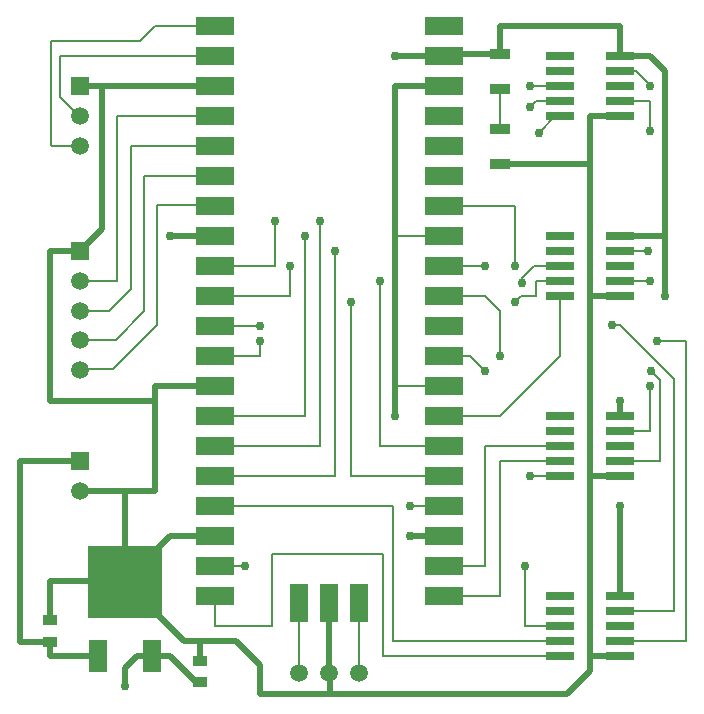
<source format=gbr>
G04 EAGLE Gerber RS-274X export*
G75*
%MOMM*%
%FSLAX34Y34*%
%LPD*%
%INTop Copper*%
%IPPOS*%
%AMOC8*
5,1,8,0,0,1.08239X$1,22.5*%
G01*
%ADD10R,1.200000X0.900000*%
%ADD11R,1.508000X1.508000*%
%ADD12C,1.508000*%
%ADD13R,2.400000X0.760000*%
%ADD14R,1.700000X0.900000*%
%ADD15R,3.200000X1.600000*%
%ADD16R,1.600000X3.200000*%
%ADD17R,6.300000X6.100000*%
%ADD18R,1.500000X2.800000*%
%ADD19C,0.508000*%
%ADD20C,0.756400*%
%ADD21C,0.203200*%


D10*
X50800Y81390D03*
X50800Y63390D03*
X177800Y47100D03*
X177800Y29100D03*
D11*
X76200Y215900D03*
D12*
X76200Y190900D03*
X76200Y483400D03*
X76200Y508400D03*
D11*
X76200Y533400D03*
D12*
X76200Y293700D03*
X76200Y318700D03*
X76200Y343700D03*
X76200Y368700D03*
D11*
X76200Y393700D03*
D13*
X482600Y558800D03*
X533400Y558800D03*
X482600Y546100D03*
X533400Y546100D03*
X482600Y533400D03*
X533400Y533400D03*
X482600Y520700D03*
X533400Y520700D03*
X482600Y508000D03*
X533400Y508000D03*
X482600Y101600D03*
X533400Y101600D03*
X482600Y88900D03*
X533400Y88900D03*
X482600Y76200D03*
X533400Y76200D03*
X482600Y63500D03*
X533400Y63500D03*
X482600Y50800D03*
X533400Y50800D03*
X482600Y254000D03*
X533400Y254000D03*
X482600Y241300D03*
X533400Y241300D03*
X482600Y228600D03*
X533400Y228600D03*
X482600Y215900D03*
X533400Y215900D03*
X482600Y203200D03*
X533400Y203200D03*
X482600Y406400D03*
X533400Y406400D03*
X482600Y393700D03*
X533400Y393700D03*
X482600Y381000D03*
X533400Y381000D03*
X482600Y368300D03*
X533400Y368300D03*
X482600Y355600D03*
X533400Y355600D03*
D12*
X261620Y36830D03*
X287020Y36830D03*
X312420Y36830D03*
D14*
X431800Y497100D03*
X431800Y468100D03*
X431800Y560600D03*
X431800Y531600D03*
D15*
X190500Y584200D03*
X190500Y558800D03*
X190500Y533400D03*
X190500Y508000D03*
X190500Y482600D03*
X190500Y457200D03*
X190500Y431800D03*
X190500Y406400D03*
X190500Y381000D03*
X190500Y355600D03*
X190500Y330200D03*
X190500Y304800D03*
X190500Y279400D03*
X190500Y254000D03*
X190500Y228600D03*
X190500Y203200D03*
X190500Y177800D03*
X190500Y152400D03*
X190500Y127000D03*
X190500Y101600D03*
X384300Y101600D03*
X384300Y127000D03*
X384300Y152400D03*
X384300Y177800D03*
X384300Y203200D03*
X384300Y228600D03*
X384300Y254000D03*
X384300Y279400D03*
X384300Y304800D03*
X384300Y330200D03*
X384300Y355600D03*
X384300Y381000D03*
X384300Y406400D03*
X384300Y431800D03*
X384300Y457200D03*
X384300Y482600D03*
X384300Y508000D03*
X384300Y533400D03*
X384300Y558800D03*
X384300Y584200D03*
D16*
X262000Y95900D03*
X287400Y95900D03*
X312800Y95900D03*
D17*
X114300Y113900D03*
D18*
X91500Y50900D03*
X137100Y50900D03*
D19*
X95250Y533400D02*
X76200Y533400D01*
X95250Y412750D02*
X76200Y393700D01*
X95250Y412750D02*
X95250Y533400D01*
X190500Y533400D01*
X114300Y190900D02*
X76200Y190900D01*
X114300Y190900D02*
X139700Y190900D01*
X139700Y266700D01*
X139700Y279400D01*
X190500Y279400D01*
X76200Y393700D02*
X50800Y393700D01*
D20*
X152400Y406400D03*
D19*
X190500Y406400D01*
X508000Y50800D02*
X533400Y50800D01*
X508000Y50800D02*
X508000Y203200D01*
X533400Y203200D01*
X508000Y203200D02*
X508000Y355600D01*
X533400Y355600D01*
X533400Y508000D02*
X508000Y508000D01*
X508000Y469900D02*
X508000Y355600D01*
D20*
X355600Y152400D03*
D19*
X508000Y469900D02*
X508000Y508000D01*
X384300Y152400D02*
X355600Y152400D01*
X342900Y254000D02*
X342900Y279400D01*
D20*
X342900Y254000D03*
D21*
X342900Y279400D02*
X384300Y279400D01*
D19*
X342900Y279400D02*
X342900Y406400D01*
D21*
X384300Y406400D01*
D19*
X342900Y406400D02*
X342900Y533400D01*
X384300Y533400D01*
D21*
X114500Y114100D02*
X114300Y113900D01*
D19*
X114300Y114300D02*
X114300Y190900D01*
X114300Y114300D02*
X114500Y114100D01*
X152400Y152400D02*
X190500Y152400D01*
X152400Y152400D02*
X114500Y114500D01*
X114500Y114100D01*
X287400Y95900D02*
X287400Y37210D01*
X287020Y36830D01*
X164700Y63500D02*
X114300Y113900D01*
X164700Y63500D02*
X177800Y63500D01*
X177800Y47100D01*
X177800Y63500D02*
X208280Y63500D01*
X228600Y43180D02*
X228600Y19050D01*
X288290Y19050D01*
X288290Y36320D01*
X287400Y37210D01*
X228600Y43180D02*
X208280Y63500D01*
X50800Y266700D02*
X50800Y393700D01*
X50800Y266700D02*
X139700Y266700D01*
X50800Y114300D02*
X50800Y81390D01*
X50800Y114300D02*
X113900Y114300D01*
X114300Y113900D01*
X431800Y468100D02*
X506200Y468100D01*
X508000Y469900D01*
X488950Y19050D02*
X288290Y19050D01*
X488950Y19050D02*
X508000Y38100D01*
X508000Y50800D01*
D21*
X177800Y29100D02*
X175950Y27250D01*
D19*
X533400Y406400D02*
X571500Y406400D01*
X571500Y546100D02*
X558800Y558800D01*
X533400Y558800D01*
X571500Y406400D02*
X571500Y355600D01*
X571500Y406400D02*
X571500Y546100D01*
X533400Y177800D02*
X533400Y101600D01*
D20*
X533400Y177800D03*
D19*
X137100Y50900D02*
X124400Y50900D01*
X114300Y40800D01*
X114300Y25400D01*
D20*
X114300Y25400D03*
X342900Y558800D03*
D19*
X384300Y558800D01*
X152300Y50900D02*
X175950Y27250D01*
X384300Y558800D02*
X386100Y560600D01*
X431800Y560600D01*
X431800Y584200D01*
X533400Y584200D01*
X533400Y558800D01*
X533400Y266700D02*
X533400Y254000D01*
D20*
X533400Y266700D03*
X571500Y355600D03*
D19*
X152300Y50900D02*
X137100Y50900D01*
D21*
X190500Y203200D02*
X292100Y203200D01*
X292100Y393700D01*
D20*
X292100Y393700D03*
X464820Y494030D03*
D21*
X478790Y508000D02*
X482600Y508000D01*
X478790Y508000D02*
X464820Y494030D01*
X266700Y254000D02*
X190500Y254000D01*
X266700Y254000D02*
X266700Y406400D01*
D20*
X266700Y406400D03*
X457200Y515620D03*
D21*
X462280Y520700D01*
X482600Y520700D01*
X279400Y228600D02*
X190500Y228600D01*
X279400Y228600D02*
X279400Y419100D01*
D20*
X279400Y419100D03*
X457200Y533400D03*
D21*
X482600Y533400D01*
X482600Y50800D02*
X332740Y50800D01*
X332740Y137160D01*
X238760Y137160D01*
X238760Y76200D01*
X190500Y76200D01*
X190500Y101600D01*
X341630Y63500D02*
X482600Y63500D01*
X341630Y63500D02*
X341630Y177800D01*
X190500Y177800D01*
X453390Y76200D02*
X482600Y76200D01*
X453390Y76200D02*
X453390Y127000D01*
D20*
X453390Y127000D03*
X215900Y127000D03*
D21*
X190500Y127000D01*
X355600Y177800D02*
X384300Y177800D01*
D20*
X355600Y177800D03*
X457200Y203200D03*
D21*
X482600Y203200D01*
X431800Y101600D02*
X384300Y101600D01*
X431800Y101600D02*
X431800Y215900D01*
X482600Y215900D01*
X419100Y127000D02*
X384300Y127000D01*
X419100Y127000D02*
X419100Y228600D01*
X482600Y228600D01*
X482600Y304800D02*
X482600Y355600D01*
X482600Y304800D02*
X431800Y254000D01*
X384300Y254000D01*
D20*
X444500Y350520D03*
X306070Y350520D03*
D21*
X306070Y203200D01*
X384300Y203200D01*
X444500Y350520D02*
X449580Y355600D01*
X462280Y355600D01*
X462280Y368300D01*
X482600Y368300D01*
D20*
X450850Y367030D03*
X330200Y368300D03*
D21*
X330200Y228600D01*
X384300Y228600D01*
X450850Y367030D02*
X450850Y370840D01*
X461010Y381000D01*
X482600Y381000D01*
X444500Y381000D02*
X444500Y431800D01*
X384300Y431800D01*
D20*
X558800Y368300D03*
X444500Y381000D03*
D21*
X533400Y368300D02*
X558800Y368300D01*
D20*
X557530Y393700D03*
X419100Y381000D03*
D21*
X384300Y381000D01*
X533400Y393700D02*
X557530Y393700D01*
X419100Y355600D02*
X384300Y355600D01*
X419100Y355600D02*
X431800Y342900D01*
X431800Y304800D01*
D20*
X431800Y304800D03*
X560070Y292100D03*
D21*
X567690Y284480D01*
X567690Y215900D01*
X533400Y215900D01*
X533400Y241300D02*
X558800Y241300D01*
X558800Y279400D01*
D20*
X558800Y279400D03*
X419100Y292100D03*
D21*
X406400Y304800D01*
X384300Y304800D01*
X533400Y63500D02*
X589280Y63500D01*
X589280Y317500D02*
X565150Y317500D01*
X589280Y317500D02*
X589280Y63500D01*
D20*
X565150Y317500D03*
X228600Y317500D03*
D21*
X228600Y304800D01*
X190500Y304800D01*
X533400Y88900D02*
X579120Y88900D01*
X579120Y285750D02*
X533400Y331470D01*
X527050Y331470D01*
X579120Y285750D02*
X579120Y88900D01*
D20*
X527050Y331470D03*
X228600Y330200D03*
D21*
X190500Y330200D01*
X190500Y355600D02*
X254000Y355600D01*
X254000Y381000D01*
D20*
X254000Y381000D03*
X558800Y495300D03*
D21*
X558800Y520700D01*
X533400Y520700D01*
D20*
X558800Y533400D03*
X241300Y419100D03*
D21*
X241300Y381000D02*
X190500Y381000D01*
X241300Y381000D02*
X241300Y419100D01*
X558800Y533400D02*
X558800Y534670D01*
X547370Y546100D01*
X533400Y546100D01*
D19*
X76200Y215900D02*
X25400Y215900D01*
X25400Y63500D01*
X25510Y63390D01*
X50800Y63390D01*
X50800Y50800D01*
X91400Y50800D01*
X91500Y50900D01*
D21*
X76200Y368700D02*
X107950Y368700D01*
X107950Y508000D01*
X190500Y508000D01*
X190500Y482600D02*
X119380Y482600D01*
X119380Y361950D01*
X101130Y343700D01*
X76200Y343700D01*
X76270Y318770D02*
X76200Y318700D01*
X76270Y318770D02*
X106680Y318770D01*
X130810Y342900D01*
X130810Y457200D01*
X190500Y457200D01*
X189230Y433070D02*
X190500Y431800D01*
X189230Y433070D02*
X141478Y433070D01*
X141478Y331477D01*
X104133Y294132D01*
X76632Y294132D01*
X76200Y293700D01*
X52070Y483870D02*
X52070Y571500D01*
X139700Y584200D02*
X190500Y584200D01*
X139700Y584200D02*
X127000Y571500D01*
X52070Y571500D01*
X52540Y483400D02*
X76200Y483400D01*
X52540Y483400D02*
X52070Y483870D01*
X59690Y558800D02*
X190500Y558800D01*
X59690Y558800D02*
X59690Y524510D01*
X75800Y508400D02*
X76200Y508400D01*
X75800Y508400D02*
X59690Y524510D01*
X431800Y531600D02*
X431800Y497100D01*
X261620Y95520D02*
X261620Y36830D01*
X261620Y95520D02*
X262000Y95900D01*
X312420Y95520D02*
X312420Y36830D01*
X312420Y95520D02*
X312800Y95900D01*
M02*

</source>
